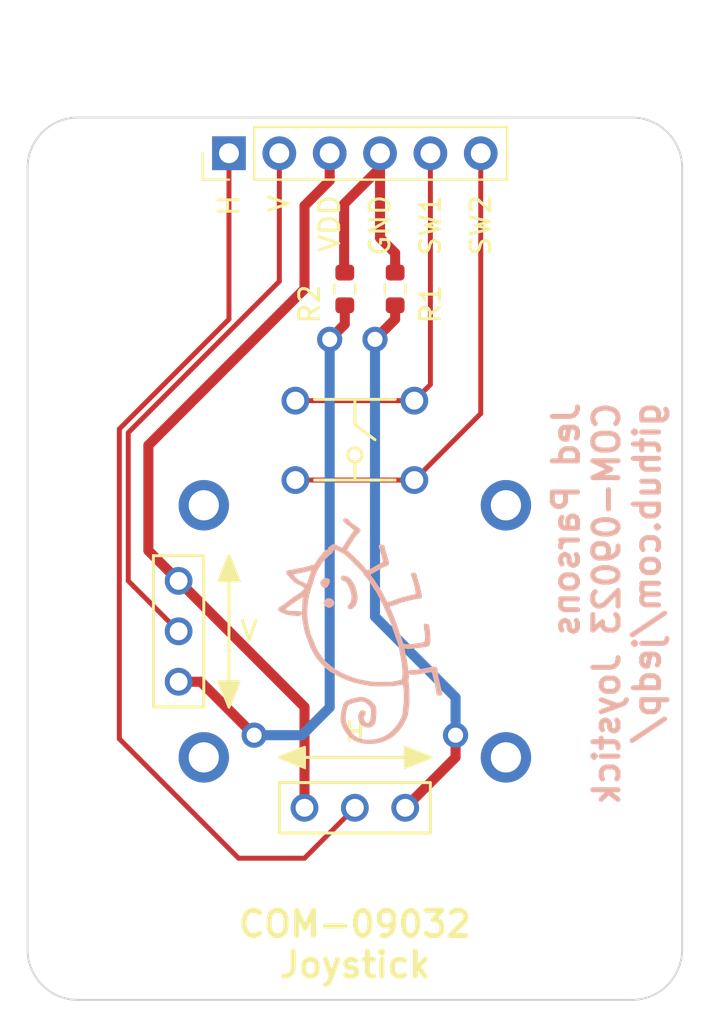
<source format=kicad_pcb>
(kicad_pcb (version 20211014) (generator pcbnew)
  (layers (0 "F.Cu" signal) (31 "B.Cu" signal) (34 "B.Paste" user) (35 "F.Paste" user) (36 "B.SilkS" user "B.Silkscreen") (37 "F.SilkS" user "F.Silkscreen") (38 "B.Mask" user) (39 "F.Mask" user) (44 "Edge.Cuts" user))
  (net 0 "")
  (net 1 "V")
  (net 2 "H")
  (net 3 "VDD")
  (net 4 "GND")
  (net 5 "SW1")
  (net 6 "SW2")
  (net 7 "Net-(R1-Pad1)")
  (net 8 "Net-(R2-Pad1)")
  (footprint "MountingHole:MountingHole_3.2mm_M3" (layer "F.Cu") (at 182.9054 104.14)
    (fp_text reference "H2" hide)
    (fp_text value "MountingHole")
    (pad "" np_thru_hole circle (at 0 0) (size 3.2 3.2) (drill 3.2) (layers *.Cu *.Mask))
  )
  (footprint "Connector_PinHeader_2.54mm:PinHeader_1x06_P2.54mm_Vertical" (layer "F.Cu") (at 163.83 65.3 90)
    (fp_text reference "J1" hide)
    (fp_text value "Conn_01x06_Female")
    (pad "1" thru_hole rect (at 0 0 90) (size 1.7 1.7) (drill 1) (layers *.Cu *.Mask) (net 2 "H"))
    (pad "2" thru_hole oval (at 0 2.54 90) (size 1.7 1.7) (drill 1) (layers *.Cu *.Mask) (net 1 "V"))
    (pad "3" thru_hole oval (at 0 5.08 90) (size 1.7 1.7) (drill 1) (layers *.Cu *.Mask) (net 3 "VDD"))
    (pad "4" thru_hole oval (at 0 7.62 90) (size 1.7 1.7) (drill 1) (layers *.Cu *.Mask) (net 4 "GND"))
    (pad "5" thru_hole oval (at 0 10.16 90) (size 1.7 1.7) (drill 1) (layers *.Cu *.Mask) (net 5 "SW1"))
    (pad "6" thru_hole oval (at 0 12.7 90) (size 1.7 1.7) (drill 1) (layers *.Cu *.Mask) (net 6 "SW2"))
  )
  (footprint "Joystick:Joystick-COM-09032" (layer "F.Cu") (at 170.18 89.3826)
    (fp_text reference "U1" hide)
    (fp_text value "Joystick-COM-09032")
    (fp_text user "H" (at 0 5.08 unlocked) (layer "F.SilkS"))
    (fp_text user "V" (at -5.334 0 unlocked) (layer "F.SilkS"))
    (pad "1" thru_hole circle (at -8.89 0 90) (size 1.4 1.4) (drill 0.9) (layers *.Cu *.Mask) (net 1 "V"))
    (pad "2" thru_hole circle (at 0 8.89) (size 1.4 1.4) (drill 0.9) (layers *.Cu *.Mask) (net 2 "H"))
    (pad "3" thru_hole circle (at -3 -11.62) (size 1.4 1.4) (drill 0.9) (layers *.Cu *.Mask) (net 5 "SW1"))
    (pad "3" thru_hole circle (at 3 -11.62) (size 1.4 1.4) (drill 0.9) (layers *.Cu *.Mask) (net 5 "SW1"))
    (pad "4" thru_hole circle (at -3 -7.62) (size 1.4 1.4) (drill 0.9) (layers *.Cu *.Mask) (net 6 "SW2"))
    (pad "4" thru_hole circle (at 3 -7.62) (size 1.4 1.4) (drill 0.9) (layers *.Cu *.Mask) (net 6 "SW2"))
    (pad "5" thru_hole circle (at 2.54 8.89) (size 1.4 1.4) (drill 0.9) (layers *.Cu *.Mask) (net 7 "Net-(R1-Pad1)"))
    (pad "6" thru_hole circle (at -2.54 8.89) (size 1.4 1.4) (drill 0.9) (layers *.Cu *.Mask) (net 3 "VDD"))
    (pad "7" thru_hole circle (at -8.89 2.54 90) (size 1.4 1.4) (drill 0.9) (layers *.Cu *.Mask) (net 8 "Net-(R2-Pad1)"))
    (pad "8" thru_hole circle (at -8.89 -2.54 90) (size 1.4 1.4) (drill 0.9) (layers *.Cu *.Mask) (net 3 "VDD"))
    (pad "9" thru_hole circle (at 7.62 -6.35) (size 2.54 2.54) (drill 1.524) (layers *.Cu *.Mask))
    (pad "9" thru_hole circle (at -7.62 6.35) (size 2.54 2.54) (drill 1.524) (layers *.Cu *.Mask))
    (pad "9" thru_hole circle (at -7.62 -6.35) (size 2.54 2.54) (drill 1.524) (layers *.Cu *.Mask))
    (pad "9" thru_hole circle (at 7.62 6.35) (size 2.54 2.54) (drill 1.524) (layers *.Cu *.Mask))
  )
  (footprint "Resistor_SMD:R_0603_1608Metric" (layer "F.Cu") (at 172.212 72.136 90)
    (fp_text reference "R1" (at -0.762 1.778 90) (layer "F.SilkS"))
    (fp_text value "1k")
    (pad "1" smd roundrect (at -0.825 0 90) (size 0.8 0.95) (layers "F.Cu" "F.Paste" "F.Mask") (net 7 "Net-(R1-Pad1)"))
    (pad "2" smd roundrect (at 0.825 0 90) (size 0.8 0.95) (layers "F.Cu" "F.Paste" "F.Mask") (net 4 "GND"))
  )
  (footprint "MountingHole:MountingHole_3.2mm_M3" (layer "F.Cu") (at 157.4292 72.39)
    (fp_text reference "H4" hide)
    (fp_text value "MountingHole")
    (pad "" np_thru_hole circle (at 0 0) (size 3.2 3.2) (drill 3.2) (layers *.Cu *.Mask))
  )
  (footprint "MountingHole:MountingHole_3.2mm_M3" (layer "F.Cu") (at 182.9054 72.39)
    (fp_text reference "H3" hide)
    (fp_text value "MountingHole")
    (pad "" np_thru_hole circle (at 0 0) (size 3.2 3.2) (drill 3.2) (layers *.Cu *.Mask))
  )
  (footprint "Resistor_SMD:R_0603_1608Metric" (layer "F.Cu") (at 169.672 72.136 90)
    (fp_text reference "R2" (at -0.762 -1.778 90) (layer "F.SilkS"))
    (fp_text value "1k")
    (pad "1" smd roundrect (at -0.825 0 90) (size 0.8 0.95) (layers "F.Cu" "F.Paste" "F.Mask") (net 8 "Net-(R2-Pad1)"))
    (pad "2" smd roundrect (at 0.825 0 90) (size 0.8 0.95) (layers "F.Cu" "F.Paste" "F.Mask") (net 4 "GND"))
  )
  (footprint "MountingHole:MountingHole_3.2mm_M3" (layer "F.Cu") (at 157.4292 104.14)
    (fp_text reference "H1" hide)
    (fp_text value "MountingHole")
    (pad "" np_thru_hole circle (at 0 0) (size 3.2 3.2) (drill 3.2) (layers *.Cu *.Mask))
  )
  (footprint "LOGO" (layer "B.Cu") (at 170.6 89.5 -90)
    (fp_text reference "G***" hide)
    (fp_text value "LOGO" hide)
  )
  (gr_line (start 186.69 66.04) (end 186.69 105.41) (layer "Edge.Cuts") (width 0.1))
  (gr_arc (start 186.69 105.41) (mid 185.946051 107.206051) (end 184.15 107.95) (layer "Edge.Cuts") (width 0.1))
  (gr_arc (start 156.21 107.95) (mid 154.413949 107.206051) (end 153.67 105.41) (layer "Edge.Cuts") (width 0.1))
  (gr_arc (start 153.67 66.04) (mid 154.413949 64.243949) (end 156.21 63.5) (layer "Edge.Cuts") (width 0.1))
  (gr_line (start 156.21 63.5) (end 184.15 63.5) (layer "Edge.Cuts") (width 0.1))
  (gr_arc (start 184.15 63.5) (mid 185.946051 64.243949) (end 186.69 66.04) (layer "Edge.Cuts") (width 0.1))
  (gr_line (start 184.15 107.95) (end 156.21 107.95) (layer "Edge.Cuts") (width 0.1))
  (gr_line (start 153.67 105.41) (end 153.67 66.04) (layer "Edge.Cuts") (width 0.1))
  (gr_text "Jed Parsons\nCOM-09023 Joystick\ngithub.com/jedp/" (at 182.88 77.724 90) (layer "B.SilkS") (effects (font (size 1.27 1.27) (thickness 0.254)) (justify left mirror)))
  (gr_text "H" (at 163.83 67.31 90) (layer "F.SilkS") (effects (font (size 1 1)) (justify right)))
  (gr_text "VDD" (at 168.91 67.31 90) (layer "F.SilkS") (effects (font (size 1 1)) (justify right)))
  (gr_text "SW2" (at 176.53 67.31 90) (layer "F.SilkS") (effects (font (size 1 1)) (justify right)))
  (gr_text "SW1" (at 173.99 67.31 90) (layer "F.SilkS") (effects (font (size 1 1)) (justify right)))
  (gr_text "V" (at 166.37 67.31 90) (layer "F.SilkS") (effects (font (size 1 1)) (justify right)))
  (gr_text "COM-09032\nJoystick" (at 170.18 105.156) (layer "F.SilkS") (effects (font (size 1.27 1.27) (thickness 0.254))))
  (gr_text "GND" (at 171.45 67.31 90) (layer "F.SilkS") (effects (font (size 1 1)) (justify right)))
  (segment (start 158.75 86.8426) (end 158.75 79.375) (width 0.25) (layer "F.Cu") (net 1))
  (segment (start 161.29 89.3826) (end 158.75 86.8426) (width 0.25) (layer "F.Cu") (net 1))
  (segment (start 158.75 79.375) (end 166.37 71.755) (width 0.25) (layer "F.Cu") (net 1))
  (segment (start 166.37 71.755) (end 166.37 65.3) (width 0.25) (layer "F.Cu") (net 1))
  (segment (start 163.83 73.658604) (end 158.3 79.188604) (width 0.25) (layer "F.Cu") (net 2))
  (segment (start 158.3 79.188604) (end 158.3 94.8) (width 0.25) (layer "F.Cu") (net 2))
  (segment (start 163.83 65.3) (end 163.83 73.658604) (width 0.25) (layer "F.Cu") (net 2))
  (segment (start 164.3126 100.8126) (end 167.64 100.8126) (width 0.25) (layer "F.Cu") (net 2))
  (segment (start 167.64 100.8126) (end 170.18 98.2726) (width 0.25) (layer "F.Cu") (net 2))
  (segment (start 158.3 94.8) (end 164.3126 100.8126) (width 0.25) (layer "F.Cu") (net 2))
  (segment (start 167.64 67.945) (end 167.64 72.136) (width 0.508) (layer "F.Cu") (net 3))
  (segment (start 168.91 66.675) (end 167.64 67.945) (width 0.508) (layer "F.Cu") (net 3))
  (segment (start 168.91 65.3) (end 168.91 66.675) (width 0.508) (layer "F.Cu") (net 3))
  (segment (start 167.64 72.136) (end 159.766 80.01) (width 0.508) (layer "F.Cu") (net 3))
  (segment (start 167.64 93.1926) (end 167.64 98.2726) (width 0.508) (layer "F.Cu") (net 3))
  (segment (start 161.29 86.8426) (end 167.64 93.1926) (width 0.508) (layer "F.Cu") (net 3))
  (segment (start 159.766 85.3186) (end 161.29 86.8426) (width 0.508) (layer "F.Cu") (net 3))
  (segment (start 159.766 80.01) (end 159.766 85.3186) (width 0.508) (layer "F.Cu") (net 3))
  (segment (start 169.64 67.85) (end 169.64 71.237) (width 0.508) (layer "F.Cu") (net 4))
  (segment (start 171.45 66.04) (end 169.64 67.85) (width 0.508) (layer "F.Cu") (net 4))
  (segment (start 171.45 65.3) (end 171.45 69.565) (width 0.508) (layer "F.Cu") (net 4))
  (segment (start 171.45 69.565) (end 172.212 70.327) (width 0.508) (layer "F.Cu") (net 4))
  (segment (start 171.45 65.3) (end 171.45 66.04) (width 0.508) (layer "F.Cu") (net 4))
  (segment (start 169.64 71.237) (end 169.672 71.237) (width 0.508) (layer "F.Cu") (net 4))
  (segment (start 172.212 70.327) (end 172.212 71.237) (width 0.508) (layer "F.Cu") (net 4))
  (segment (start 167.18 77.7626) (end 173.18 77.7626) (width 0.25) (layer "F.Cu") (net 5))
  (segment (start 173.99 76.9526) (end 173.18 77.7626) (width 0.25) (layer "F.Cu") (net 5))
  (segment (start 173.99 65.3) (end 173.99 76.9526) (width 0.25) (layer "F.Cu") (net 5))
  (segment (start 167.18 81.7626) (end 173.18 81.7626) (width 0.25) (layer "F.Cu") (net 6))
  (segment (start 176.53 65.3) (end 176.53 78.4126) (width 0.25) (layer "F.Cu") (net 6))
  (segment (start 176.53 78.4126) (end 173.18 81.7626) (width 0.25) (layer "F.Cu") (net 6))
  (segment (start 172.212 73.66) (end 171.196 74.676) (width 0.508) (layer "F.Cu") (net 7))
  (segment (start 175.26 94.615) (end 175.26 95.7326) (width 0.508) (layer "F.Cu") (net 7))
  (segment (start 175.26 95.7326) (end 172.72 98.2726) (width 0.508) (layer "F.Cu") (net 7))
  (segment (start 172.212 72.961) (end 172.212 73.66) (width 0.508) (layer "F.Cu") (net 7))
  (via (at 175.26 94.615) (size 1.27) (drill 0.762) (layers "F.Cu" "B.Cu") (net 7))
  (via (at 171.196 74.676) (size 1.27) (drill 0.762) (layers "F.Cu" "B.Cu") (net 7))
  (segment (start 175.26 92.71) (end 171.196 88.646) (width 0.508) (layer "B.Cu") (net 7))
  (segment (start 175.26 94.615) (end 175.26 92.71) (width 0.508) (layer "B.Cu") (net 7))
  (segment (start 171.196 88.646) (end 171.196 74.612) (width 0.508) (layer "B.Cu") (net 7))
  (segment (start 162.4076 91.9226) (end 165.1 94.615) (width 0.508) (layer "F.Cu") (net 8))
  (segment (start 161.29 91.9226) (end 162.4076 91.9226) (width 0.508) (layer "F.Cu") (net 8))
  (segment (start 169.672 73.914) (end 169.672 72.961) (width 0.508) (layer "F.Cu") (net 8))
  (segment (start 168.91 74.676) (end 169.672 73.914) (width 0.508) (layer "F.Cu") (net 8))
  (via (at 165.1 94.615) (size 1.27) (drill 0.762) (layers "F.Cu" "B.Cu") (net 8))
  (via (at 168.91 74.676) (size 1.27) (drill 0.762) (layers "F.Cu" "B.Cu") (net 8))
  (segment (start 168.91 93.218) (end 167.513 94.615) (width 0.508) (layer "B.Cu") (net 8))
  (segment (start 168.91 74.676) (end 168.91 93.218) (width 0.508) (layer "B.Cu") (net 8))
  (segment (start 167.513 94.615) (end 165.1 94.615) (width 0.508) (layer "B.Cu") (net 8))
)
</source>
